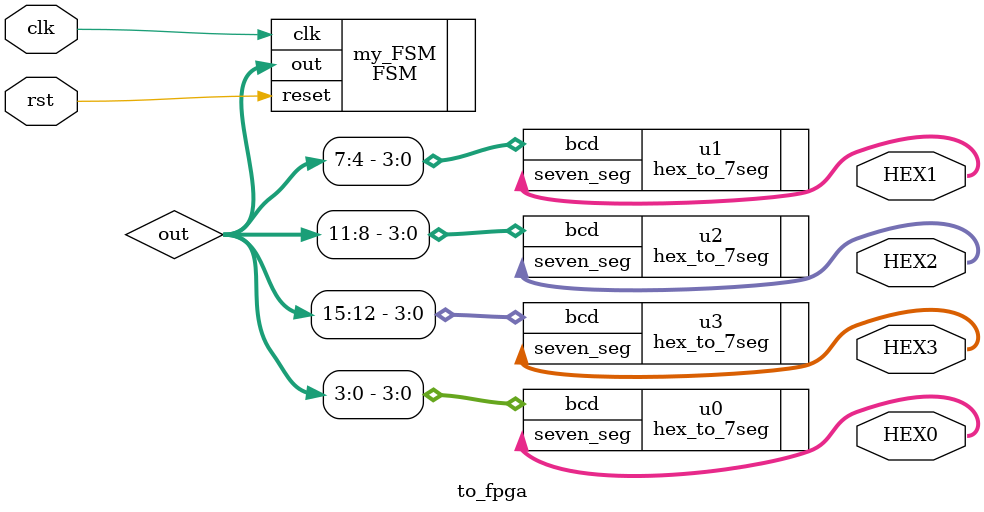
<source format=v>

module to_fpga(
  input clk, rst,
  output wire [0:6]  HEX3,  // left most
  output wire [0:6]  HEX2,
  output wire [0:6]  HEX1,
  output wire [0:6]  HEX0   // right most
);

wire [15:0] out;

FSM my_FSM 
(
	.clk(clk),
	.reset(rst),
	.out(out)
);

hex_to_7seg u3(
  .bcd(out[15:12]),
  .seven_seg(HEX3)
);

hex_to_7seg u2(
  .bcd(out[11:8]),
  .seven_seg(HEX2)
);

hex_to_7seg u1(
  .bcd(out[7:4]),
  .seven_seg(HEX1)
);

hex_to_7seg u0(
  .bcd(out[3:0]),
  .seven_seg(HEX0)
);

endmodule
</source>
